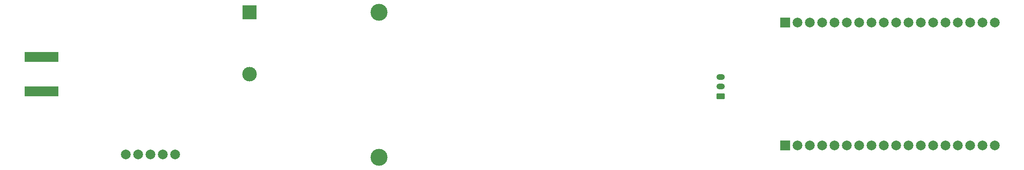
<source format=gbr>
%TF.GenerationSoftware,KiCad,Pcbnew,7.0.5-0*%
%TF.CreationDate,2023-11-06T11:32:01-05:00*%
%TF.ProjectId,Lemmingometre_v3,4c656d6d-696e-4676-9f6d-657472655f76,rev?*%
%TF.SameCoordinates,Original*%
%TF.FileFunction,Soldermask,Top*%
%TF.FilePolarity,Negative*%
%FSLAX46Y46*%
G04 Gerber Fmt 4.6, Leading zero omitted, Abs format (unit mm)*
G04 Created by KiCad (PCBNEW 7.0.5-0) date 2023-11-06 11:32:01*
%MOMM*%
%LPD*%
G01*
G04 APERTURE LIST*
G04 Aperture macros list*
%AMRoundRect*
0 Rectangle with rounded corners*
0 $1 Rounding radius*
0 $2 $3 $4 $5 $6 $7 $8 $9 X,Y pos of 4 corners*
0 Add a 4 corners polygon primitive as box body*
4,1,4,$2,$3,$4,$5,$6,$7,$8,$9,$2,$3,0*
0 Add four circle primitives for the rounded corners*
1,1,$1+$1,$2,$3*
1,1,$1+$1,$4,$5*
1,1,$1+$1,$6,$7*
1,1,$1+$1,$8,$9*
0 Add four rect primitives between the rounded corners*
20,1,$1+$1,$2,$3,$4,$5,0*
20,1,$1+$1,$4,$5,$6,$7,0*
20,1,$1+$1,$6,$7,$8,$9,0*
20,1,$1+$1,$8,$9,$2,$3,0*%
G04 Aperture macros list end*
%ADD10C,3.500000*%
%ADD11R,3.000000X3.000000*%
%ADD12C,3.000000*%
%ADD13RoundRect,0.250000X0.625000X-0.350000X0.625000X0.350000X-0.625000X0.350000X-0.625000X-0.350000X0*%
%ADD14O,1.750000X1.200000*%
%ADD15C,2.000000*%
%ADD16R,2.000000X2.000000*%
%ADD17R,7.000000X2.000000*%
G04 APERTURE END LIST*
D10*
%TO.C,Battery*%
X104050000Y-96550000D03*
X104050000Y-126550000D03*
D11*
X77350000Y-96550000D03*
D12*
X77350000Y-109350000D03*
%TD*%
D13*
%TO.C,PIR*%
X174400000Y-113900000D03*
D14*
X174400000Y-111900000D03*
X174400000Y-109900000D03*
%TD*%
D15*
%TO.C,Firebeetle*%
X190260000Y-124100000D03*
X210580000Y-124100000D03*
D16*
X187720000Y-124100000D03*
D15*
X223280000Y-98700000D03*
X208040000Y-124100000D03*
X213120000Y-124100000D03*
X215660000Y-124100000D03*
X218200000Y-124100000D03*
X200420000Y-124100000D03*
X202960000Y-124100000D03*
X220740000Y-124100000D03*
X220740000Y-98700000D03*
X205500000Y-124100000D03*
X218200000Y-98700000D03*
X197880000Y-98700000D03*
X225820000Y-98700000D03*
X228360000Y-98700000D03*
X205500000Y-98700000D03*
X210580000Y-98700000D03*
X213120000Y-98700000D03*
X215660000Y-98700000D03*
X208040000Y-98700000D03*
X192800000Y-124100000D03*
X195340000Y-124100000D03*
X197880000Y-124100000D03*
X192800000Y-98700000D03*
X195340000Y-98700000D03*
D16*
X187720000Y-98700000D03*
D15*
X190260000Y-98700000D03*
X200420000Y-98700000D03*
X202960000Y-98700000D03*
X230900000Y-98700000D03*
X223280000Y-124100000D03*
X225820000Y-124100000D03*
X228360000Y-124100000D03*
X230900000Y-124100000D03*
%TD*%
%TO.C,RTC*%
X51900000Y-125900000D03*
X54440000Y-125900000D03*
X56980000Y-125900000D03*
X59520000Y-125900000D03*
X62060000Y-125900000D03*
%TD*%
D17*
%TO.C,Switch*%
X34500000Y-105800000D03*
X34500000Y-112900000D03*
%TD*%
M02*

</source>
